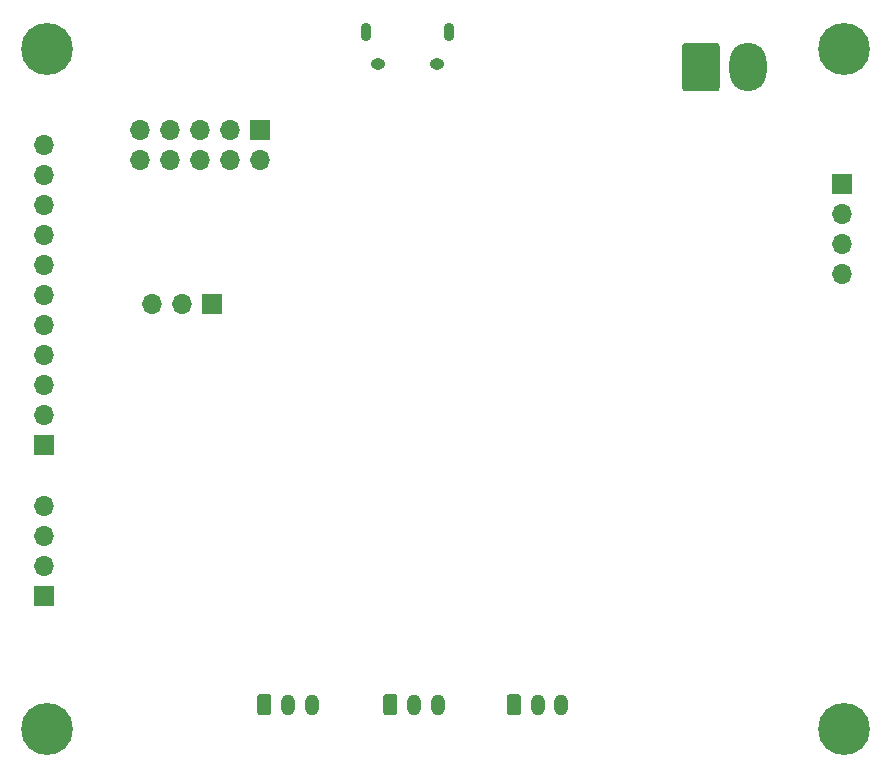
<source format=gbs>
G04 #@! TF.GenerationSoftware,KiCad,Pcbnew,5.1.10-88a1d61d58~90~ubuntu20.04.1*
G04 #@! TF.CreationDate,2021-11-20T18:16:27-05:00*
G04 #@! TF.ProjectId,WiFiSTMBoard,57694669-5354-44d4-926f-6172642e6b69,rev?*
G04 #@! TF.SameCoordinates,Original*
G04 #@! TF.FileFunction,Soldermask,Bot*
G04 #@! TF.FilePolarity,Negative*
%FSLAX46Y46*%
G04 Gerber Fmt 4.6, Leading zero omitted, Abs format (unit mm)*
G04 Created by KiCad (PCBNEW 5.1.10-88a1d61d58~90~ubuntu20.04.1) date 2021-11-20 18:16:27*
%MOMM*%
%LPD*%
G01*
G04 APERTURE LIST*
%ADD10O,1.200000X1.800000*%
%ADD11O,1.700000X1.700000*%
%ADD12R,1.700000X1.700000*%
%ADD13O,0.890000X1.550000*%
%ADD14O,1.250000X0.950000*%
%ADD15O,3.160000X4.100000*%
%ADD16C,0.700000*%
%ADD17C,4.400000*%
G04 APERTURE END LIST*
D10*
X121017800Y-132969000D03*
X119017800Y-132969000D03*
G36*
G01*
X116417800Y-133619001D02*
X116417800Y-132318999D01*
G75*
G02*
X116667799Y-132069000I249999J0D01*
G01*
X117367801Y-132069000D01*
G75*
G02*
X117617800Y-132318999I0J-249999D01*
G01*
X117617800Y-133619001D01*
G75*
G02*
X117367801Y-133869000I-249999J0D01*
G01*
X116667799Y-133869000D01*
G75*
G02*
X116417800Y-133619001I0J249999D01*
G01*
G37*
X110553000Y-132969000D03*
X108553000Y-132969000D03*
G36*
G01*
X105953000Y-133619001D02*
X105953000Y-132318999D01*
G75*
G02*
X106202999Y-132069000I249999J0D01*
G01*
X106903001Y-132069000D01*
G75*
G02*
X107153000Y-132318999I0J-249999D01*
G01*
X107153000Y-133619001D01*
G75*
G02*
X106903001Y-133869000I-249999J0D01*
G01*
X106202999Y-133869000D01*
G75*
G02*
X105953000Y-133619001I0J249999D01*
G01*
G37*
X99885000Y-132969000D03*
X97885000Y-132969000D03*
G36*
G01*
X95285000Y-133619001D02*
X95285000Y-132318999D01*
G75*
G02*
X95534999Y-132069000I249999J0D01*
G01*
X96235001Y-132069000D01*
G75*
G02*
X96485000Y-132318999I0J-249999D01*
G01*
X96485000Y-133619001D01*
G75*
G02*
X96235001Y-133869000I-249999J0D01*
G01*
X95534999Y-133869000D01*
G75*
G02*
X95285000Y-133619001I0J249999D01*
G01*
G37*
D11*
X77250000Y-116130000D03*
X77250000Y-118670000D03*
X77250000Y-121210000D03*
D12*
X77250000Y-123750000D03*
D11*
X144780000Y-96520000D03*
X144780000Y-93980000D03*
X144780000Y-91440000D03*
D12*
X144780000Y-88900000D03*
D13*
X104475400Y-75992200D03*
X111475400Y-75992200D03*
D14*
X105475400Y-78692200D03*
X110475400Y-78692200D03*
D11*
X77250000Y-85600000D03*
X77250000Y-88140000D03*
X77250000Y-90680000D03*
X77250000Y-93220000D03*
X77250000Y-95760000D03*
X77250000Y-98300000D03*
X77250000Y-100840000D03*
X77250000Y-103380000D03*
X77250000Y-105920000D03*
X77250000Y-108460000D03*
D12*
X77250000Y-111000000D03*
D11*
X85344000Y-86868000D03*
X85344000Y-84328000D03*
X87884000Y-86868000D03*
X87884000Y-84328000D03*
X90424000Y-86868000D03*
X90424000Y-84328000D03*
X92964000Y-86868000D03*
X92964000Y-84328000D03*
X95504000Y-86868000D03*
D12*
X95504000Y-84328000D03*
D15*
X136802000Y-78994000D03*
G36*
G01*
X131262000Y-80794000D02*
X131262000Y-77194000D01*
G75*
G02*
X131512000Y-76944000I250000J0D01*
G01*
X134172000Y-76944000D01*
G75*
G02*
X134422000Y-77194000I0J-250000D01*
G01*
X134422000Y-80794000D01*
G75*
G02*
X134172000Y-81044000I-250000J0D01*
G01*
X131512000Y-81044000D01*
G75*
G02*
X131262000Y-80794000I0J250000D01*
G01*
G37*
D11*
X86360000Y-99060000D03*
X88900000Y-99060000D03*
D12*
X91440000Y-99060000D03*
D16*
X146166726Y-76333274D03*
X145000000Y-75850000D03*
X143833274Y-76333274D03*
X143350000Y-77500000D03*
X143833274Y-78666726D03*
X145000000Y-79150000D03*
X146166726Y-78666726D03*
X146650000Y-77500000D03*
D17*
X145000000Y-77500000D03*
D16*
X78666726Y-133833274D03*
X77500000Y-133350000D03*
X76333274Y-133833274D03*
X75850000Y-135000000D03*
X76333274Y-136166726D03*
X77500000Y-136650000D03*
X78666726Y-136166726D03*
X79150000Y-135000000D03*
D17*
X77500000Y-135000000D03*
D16*
X78666726Y-76333274D03*
X77500000Y-75850000D03*
X76333274Y-76333274D03*
X75850000Y-77500000D03*
X76333274Y-78666726D03*
X77500000Y-79150000D03*
X78666726Y-78666726D03*
X79150000Y-77500000D03*
D17*
X77500000Y-77500000D03*
D16*
X146166726Y-133833274D03*
X145000000Y-133350000D03*
X143833274Y-133833274D03*
X143350000Y-135000000D03*
X143833274Y-136166726D03*
X145000000Y-136650000D03*
X146166726Y-136166726D03*
X146650000Y-135000000D03*
D17*
X145000000Y-135000000D03*
M02*

</source>
